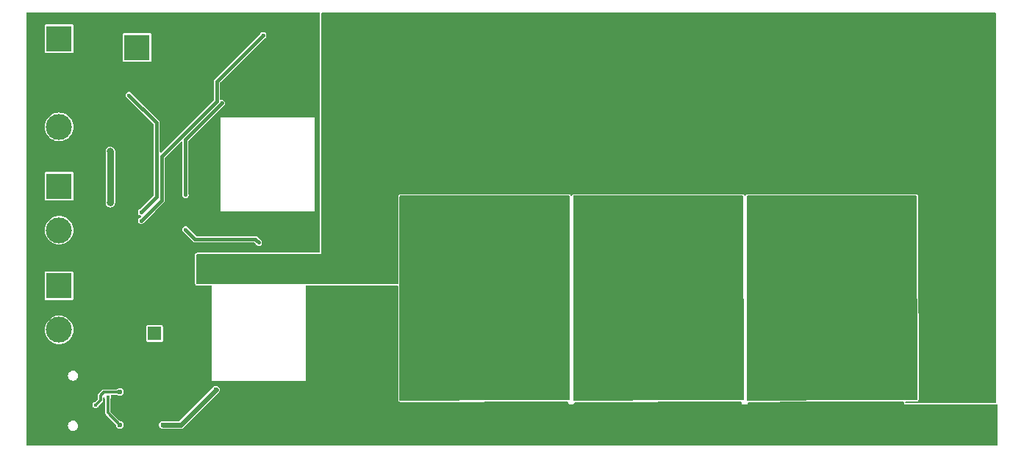
<source format=gbr>
%TF.GenerationSoftware,KiCad,Pcbnew,(6.0.7)*%
%TF.CreationDate,2022-08-08T03:52:41+08:00*%
%TF.ProjectId,Solar Charger,536f6c61-7220-4436-9861-726765722e6b,rev?*%
%TF.SameCoordinates,Original*%
%TF.FileFunction,Copper,L2,Bot*%
%TF.FilePolarity,Positive*%
%FSLAX46Y46*%
G04 Gerber Fmt 4.6, Leading zero omitted, Abs format (unit mm)*
G04 Created by KiCad (PCBNEW (6.0.7)) date 2022-08-08 03:52:41*
%MOMM*%
%LPD*%
G01*
G04 APERTURE LIST*
%TA.AperFunction,ComponentPad*%
%ADD10C,0.500000*%
%TD*%
%TA.AperFunction,SMDPad,CuDef*%
%ADD11R,1.800000X2.500000*%
%TD*%
%TA.AperFunction,ComponentPad*%
%ADD12R,2.400000X2.400000*%
%TD*%
%TA.AperFunction,ComponentPad*%
%ADD13C,2.400000*%
%TD*%
%TA.AperFunction,ComponentPad*%
%ADD14R,3.000000X3.000000*%
%TD*%
%TA.AperFunction,ComponentPad*%
%ADD15C,3.000000*%
%TD*%
%TA.AperFunction,ComponentPad*%
%ADD16R,1.600000X1.600000*%
%TD*%
%TA.AperFunction,ComponentPad*%
%ADD17C,1.600000*%
%TD*%
%TA.AperFunction,ComponentPad*%
%ADD18O,2.100000X1.000000*%
%TD*%
%TA.AperFunction,ComponentPad*%
%ADD19O,1.600000X1.000000*%
%TD*%
%TA.AperFunction,ViaPad*%
%ADD20C,0.800000*%
%TD*%
%TA.AperFunction,ViaPad*%
%ADD21C,0.400000*%
%TD*%
%TA.AperFunction,ViaPad*%
%ADD22C,1.000000*%
%TD*%
%TA.AperFunction,ViaPad*%
%ADD23C,0.600000*%
%TD*%
%TA.AperFunction,ViaPad*%
%ADD24C,1.600000*%
%TD*%
%TA.AperFunction,Conductor*%
%ADD25C,0.800000*%
%TD*%
%TA.AperFunction,Conductor*%
%ADD26C,0.400000*%
%TD*%
%TA.AperFunction,Conductor*%
%ADD27C,0.600000*%
%TD*%
%TA.AperFunction,Conductor*%
%ADD28C,0.300000*%
%TD*%
G04 APERTURE END LIST*
D10*
%TO.P,U6,9,GND*%
%TO.N,GND*%
X88175000Y-103135000D03*
X86875000Y-101135000D03*
D11*
X87525000Y-102135000D03*
D10*
X88175000Y-101135000D03*
X86875000Y-103135000D03*
X88175000Y-102135000D03*
X86875000Y-102135000D03*
%TD*%
D12*
%TO.P,C10,1*%
%TO.N,Net-(C10-Pad1)*%
X160750000Y-99500000D03*
D13*
%TO.P,C10,2*%
%TO.N,Net-(C10-Pad2)*%
X153250000Y-99500000D03*
%TD*%
D14*
%TO.P,J2,1,Pin_1*%
%TO.N,/CN3795 MPPT/BAT*%
X78000000Y-76500000D03*
D15*
%TO.P,J2,2,Pin_2*%
%TO.N,/IP6510 USB/Power Input*%
X78000000Y-81580000D03*
%TD*%
D12*
%TO.P,C11,1*%
%TO.N,Net-(C10-Pad2)*%
X140750000Y-99500000D03*
D13*
%TO.P,C11,2*%
%TO.N,Net-(C11-Pad2)*%
X133250000Y-99500000D03*
%TD*%
D14*
%TO.P,S1,1*%
%TO.N,Net-(J1-Pad1)*%
X86960000Y-60500000D03*
D15*
%TO.P,S1,2*%
%TO.N,GND*%
X92040000Y-60500000D03*
%TD*%
D12*
%TO.P,C9,1*%
%TO.N,/IP6510 USB/Power Input*%
X180750000Y-99500000D03*
D13*
%TO.P,C9,2*%
%TO.N,Net-(C10-Pad1)*%
X173250000Y-99500000D03*
%TD*%
D16*
%TO.P,C21,1*%
%TO.N,/IP6510 USB/Power Output*%
X89000000Y-93500000D03*
D17*
%TO.P,C21,2*%
%TO.N,GND*%
X91500000Y-93500000D03*
%TD*%
D18*
%TO.P,P1,S1,SHIELD*%
%TO.N,GND*%
X80130000Y-96930000D03*
D19*
X75950000Y-96930000D03*
D18*
X80130000Y-105570000D03*
D19*
X75950000Y-105570000D03*
%TD*%
D14*
%TO.P,J3,1,Pin_1*%
%TO.N,/IP6510 USB/Power Output*%
X78000000Y-88000000D03*
D15*
%TO.P,J3,2,Pin_2*%
%TO.N,Net-(J3-Pad2)*%
X78000000Y-93080000D03*
%TD*%
D14*
%TO.P,J1,1,Pin_1*%
%TO.N,Net-(J1-Pad1)*%
X78000000Y-59500000D03*
D15*
%TO.P,J1,2,Pin_2*%
%TO.N,GND*%
X78000000Y-64580000D03*
%TO.P,J1,3,Pin_3*%
%TO.N,VCC*%
X78000000Y-69660000D03*
%TD*%
D12*
%TO.P,C12,1*%
%TO.N,Net-(C11-Pad2)*%
X120750000Y-99500000D03*
D13*
%TO.P,C12,2*%
%TO.N,GND*%
X113250000Y-99500000D03*
%TD*%
D20*
%TO.N,VCC*%
X83900000Y-78400000D03*
X83900000Y-72500000D03*
D21*
%TO.N,Net-(AP1-Pad4)*%
X96750000Y-66900000D03*
X92550000Y-77500000D03*
D22*
%TO.N,GND*%
X90400000Y-71000000D03*
D20*
X105500000Y-59000000D03*
X106000000Y-82000000D03*
X85850000Y-80350000D03*
D23*
X85200000Y-97450000D03*
X85000000Y-94000000D03*
X95100000Y-105600000D03*
X92550000Y-105550000D03*
D20*
X96450000Y-58000000D03*
D21*
X87450000Y-78500000D03*
D23*
X97900000Y-101650000D03*
X81450000Y-104500000D03*
D20*
X94500000Y-76050000D03*
X85550000Y-69000000D03*
X101000000Y-81150000D03*
X98950000Y-59050000D03*
X103500000Y-82000000D03*
D23*
X81450000Y-98000000D03*
D24*
%TO.N,/IP6510 USB/Power Input*%
X152000000Y-58550000D03*
X112000000Y-58550000D03*
D22*
X94550000Y-87250000D03*
X109100000Y-86050000D03*
X94550000Y-86100000D03*
D24*
X172000000Y-58550000D03*
X132000000Y-58550000D03*
D22*
X109100000Y-84900000D03*
X94550000Y-84950000D03*
X109100000Y-87200000D03*
D23*
%TO.N,/IP6510 USB/Power Output*%
X89950000Y-104050000D03*
X96050000Y-100000000D03*
D21*
%TO.N,Net-(D1-Pad1)*%
X86050000Y-66000000D03*
X87450000Y-79500000D03*
D23*
%TO.N,/IP6510 USB/CC1*%
X85000000Y-104050000D03*
D21*
X83600000Y-100800000D03*
D23*
%TO.N,/IP6510 USB/DM*%
X85000000Y-100250000D03*
D21*
X82200000Y-101750000D03*
%TO.N,/CN3795 MPPT/FB*%
X92550000Y-81500000D03*
X101000000Y-83000000D03*
%TO.N,/CN3795 MPPT/MPPT*%
X87450000Y-80500000D03*
X101500000Y-59087500D03*
%TD*%
D25*
%TO.N,VCC*%
X83900000Y-78400000D02*
X83900000Y-72500000D01*
D26*
%TO.N,Net-(AP1-Pad4)*%
X92550000Y-77500000D02*
X92550000Y-71100000D01*
X92550000Y-71100000D02*
X96750000Y-66900000D01*
D27*
%TO.N,/IP6510 USB/Power Output*%
X89950000Y-104050000D02*
X92000000Y-104050000D01*
X92000000Y-104050000D02*
X96050000Y-100000000D01*
D26*
%TO.N,Net-(D1-Pad1)*%
X87450000Y-79500000D02*
X89250000Y-77700000D01*
X89250000Y-77700000D02*
X89250000Y-69200000D01*
X89250000Y-69200000D02*
X86050000Y-66000000D01*
D28*
%TO.N,/IP6510 USB/CC1*%
X83600000Y-100800000D02*
X83600000Y-102650000D01*
X83600000Y-102650000D02*
X85000000Y-104050000D01*
%TO.N,/IP6510 USB/DM*%
X82750000Y-101200000D02*
X82750000Y-100650000D01*
X82750000Y-100650000D02*
X83150000Y-100250000D01*
X83150000Y-100250000D02*
X85000000Y-100250000D01*
X82200000Y-101750000D02*
X82750000Y-101200000D01*
D26*
%TO.N,/CN3795 MPPT/FB*%
X92550000Y-81500000D02*
X93650000Y-82600000D01*
X100600000Y-82600000D02*
X101000000Y-83000000D01*
X93650000Y-82600000D02*
X100600000Y-82600000D01*
%TO.N,/CN3795 MPPT/MPPT*%
X87450000Y-80500000D02*
X89800000Y-78150000D01*
X89800000Y-78150000D02*
X89800000Y-73072183D01*
X96180000Y-66692183D02*
X96180000Y-64407500D01*
X96180000Y-64407500D02*
X101500000Y-59087500D01*
X89800000Y-73072183D02*
X96180000Y-66692183D01*
%TD*%
%TA.AperFunction,Conductor*%
%TO.N,Net-(C10-Pad1)*%
G36*
X176759400Y-77604531D02*
G01*
X176795364Y-77654031D01*
X176800209Y-77684414D01*
X176849790Y-101086666D01*
X176831006Y-101144897D01*
X176781582Y-101180966D01*
X176751043Y-101185876D01*
X170801082Y-101201016D01*
X157299252Y-101235371D01*
X157241013Y-101216611D01*
X157204924Y-101167203D01*
X157200000Y-101136371D01*
X157200000Y-77684624D01*
X157218907Y-77626433D01*
X157268407Y-77590469D01*
X157299000Y-77585624D01*
X176701209Y-77585624D01*
X176759400Y-77604531D01*
G37*
%TD.AperFunction*%
%TD*%
%TA.AperFunction,Conductor*%
%TO.N,Net-(C10-Pad2)*%
G36*
X156759400Y-77604531D02*
G01*
X156795364Y-77654031D01*
X156800209Y-77684414D01*
X156849790Y-101086666D01*
X156831006Y-101144897D01*
X156781582Y-101180966D01*
X156751043Y-101185876D01*
X150801082Y-101201016D01*
X137299252Y-101235371D01*
X137241013Y-101216611D01*
X137204924Y-101167203D01*
X137200000Y-101136371D01*
X137200000Y-77684624D01*
X137218907Y-77626433D01*
X137268407Y-77590469D01*
X137299000Y-77585624D01*
X156701209Y-77585624D01*
X156759400Y-77604531D01*
G37*
%TD.AperFunction*%
%TD*%
%TA.AperFunction,Conductor*%
%TO.N,Net-(C11-Pad2)*%
G36*
X136759400Y-77604531D02*
G01*
X136795364Y-77654031D01*
X136800209Y-77684414D01*
X136849790Y-101086666D01*
X136831006Y-101144897D01*
X136781582Y-101180966D01*
X136751043Y-101185876D01*
X130801082Y-101201016D01*
X117299252Y-101235371D01*
X117241013Y-101216611D01*
X117204924Y-101167203D01*
X117200000Y-101136371D01*
X117200000Y-77684624D01*
X117218907Y-77626433D01*
X117268407Y-77590469D01*
X117299000Y-77585624D01*
X136701209Y-77585624D01*
X136759400Y-77604531D01*
G37*
%TD.AperFunction*%
%TD*%
%TA.AperFunction,Conductor*%
%TO.N,/IP6510 USB/Power Input*%
G36*
X185859301Y-56518907D02*
G01*
X185895265Y-56568407D01*
X185900110Y-56598888D01*
X185949772Y-101344457D01*
X185949890Y-101450818D01*
X185931047Y-101509030D01*
X185881587Y-101545049D01*
X185850818Y-101549928D01*
X181239644Y-101546587D01*
X175540440Y-101542457D01*
X175482263Y-101523507D01*
X175446335Y-101473981D01*
X175446380Y-101412796D01*
X175482379Y-101363322D01*
X175540260Y-101344457D01*
X176749500Y-101341380D01*
X176749502Y-101341380D01*
X176751439Y-101341375D01*
X176775727Y-101339404D01*
X176777621Y-101339099D01*
X176777625Y-101339099D01*
X176786613Y-101337654D01*
X176806266Y-101334494D01*
X176873249Y-101306574D01*
X176922673Y-101270505D01*
X176935301Y-101260235D01*
X176950423Y-101236841D01*
X176975476Y-101198083D01*
X176975477Y-101198080D01*
X176978997Y-101192635D01*
X176997781Y-101134404D01*
X177005290Y-101086337D01*
X177004802Y-100855659D01*
X176963717Y-81463670D01*
X176955709Y-77684085D01*
X176953769Y-77659927D01*
X176948924Y-77629544D01*
X176946695Y-77624171D01*
X176946694Y-77624167D01*
X176923398Y-77568009D01*
X176923396Y-77568005D01*
X176921166Y-77562630D01*
X176888311Y-77517409D01*
X176885950Y-77514159D01*
X176885943Y-77514150D01*
X176885202Y-77513130D01*
X176874958Y-77500480D01*
X176807451Y-77456641D01*
X176749260Y-77437734D01*
X176745416Y-77437125D01*
X176745411Y-77437124D01*
X176705057Y-77430733D01*
X176705052Y-77430733D01*
X176701209Y-77430124D01*
X157299000Y-77430124D01*
X157283067Y-77431378D01*
X157276608Y-77431886D01*
X157276607Y-77431886D01*
X157274677Y-77432038D01*
X157244084Y-77436883D01*
X157177006Y-77464667D01*
X157172281Y-77468100D01*
X157128535Y-77499883D01*
X157128526Y-77499890D01*
X157127506Y-77500631D01*
X157114856Y-77510875D01*
X157110615Y-77517406D01*
X157110612Y-77517409D01*
X157084147Y-77558163D01*
X157036598Y-77596669D01*
X156975496Y-77599872D01*
X156921025Y-77562436D01*
X156885950Y-77514159D01*
X156885943Y-77514150D01*
X156885202Y-77513130D01*
X156874958Y-77500480D01*
X156807451Y-77456641D01*
X156749260Y-77437734D01*
X156745416Y-77437125D01*
X156745411Y-77437124D01*
X156705057Y-77430733D01*
X156705052Y-77430733D01*
X156701209Y-77430124D01*
X137299000Y-77430124D01*
X137283067Y-77431378D01*
X137276608Y-77431886D01*
X137276607Y-77431886D01*
X137274677Y-77432038D01*
X137244084Y-77436883D01*
X137177006Y-77464667D01*
X137172281Y-77468100D01*
X137128535Y-77499883D01*
X137128526Y-77499890D01*
X137127506Y-77500631D01*
X137114856Y-77510875D01*
X137110615Y-77517406D01*
X137110612Y-77517409D01*
X137084147Y-77558163D01*
X137036598Y-77596669D01*
X136975496Y-77599872D01*
X136921025Y-77562436D01*
X136885950Y-77514159D01*
X136885943Y-77514150D01*
X136885202Y-77513130D01*
X136874958Y-77500480D01*
X136807451Y-77456641D01*
X136749260Y-77437734D01*
X136745416Y-77437125D01*
X136745411Y-77437124D01*
X136705057Y-77430733D01*
X136705052Y-77430733D01*
X136701209Y-77430124D01*
X117299000Y-77430124D01*
X117283067Y-77431378D01*
X117276608Y-77431886D01*
X117276607Y-77431886D01*
X117274677Y-77432038D01*
X117244084Y-77436883D01*
X117177006Y-77464667D01*
X117172281Y-77468100D01*
X117128535Y-77499883D01*
X117128526Y-77499890D01*
X117127506Y-77500631D01*
X117114856Y-77510875D01*
X117071017Y-77578382D01*
X117052110Y-77636573D01*
X117051501Y-77640417D01*
X117051500Y-77640422D01*
X117048713Y-77658024D01*
X117044500Y-77684624D01*
X117044500Y-87701000D01*
X117025593Y-87759191D01*
X116976093Y-87795155D01*
X116945500Y-87800000D01*
X93899000Y-87800000D01*
X93840809Y-87781093D01*
X93804845Y-87731593D01*
X93800000Y-87701000D01*
X93800000Y-84449000D01*
X93818907Y-84390809D01*
X93868407Y-84354845D01*
X93899000Y-84350000D01*
X108200000Y-84350000D01*
X108200000Y-56599000D01*
X108218907Y-56540809D01*
X108268407Y-56504845D01*
X108299000Y-56500000D01*
X185801110Y-56500000D01*
X185859301Y-56518907D01*
G37*
%TD.AperFunction*%
%TD*%
%TA.AperFunction,Conductor*%
%TO.N,GND*%
G36*
X108012874Y-56453721D02*
G01*
X108048860Y-56503205D01*
X108050733Y-56550731D01*
X108052110Y-56550949D01*
X108044500Y-56599000D01*
X108044500Y-84095500D01*
X108025593Y-84153691D01*
X107976093Y-84189655D01*
X107945500Y-84194500D01*
X93899000Y-84194500D01*
X93883067Y-84195754D01*
X93876608Y-84196262D01*
X93876607Y-84196262D01*
X93874677Y-84196414D01*
X93844084Y-84201259D01*
X93777006Y-84229043D01*
X93772281Y-84232476D01*
X93728535Y-84264259D01*
X93728526Y-84264266D01*
X93727506Y-84265007D01*
X93714856Y-84275251D01*
X93671017Y-84342758D01*
X93652110Y-84400949D01*
X93644500Y-84449000D01*
X93644500Y-87701000D01*
X93646414Y-87725323D01*
X93651259Y-87755916D01*
X93679043Y-87822994D01*
X93715007Y-87872494D01*
X93725251Y-87885144D01*
X93792758Y-87928983D01*
X93850949Y-87947890D01*
X93854793Y-87948499D01*
X93854798Y-87948500D01*
X93895152Y-87954891D01*
X93895157Y-87954891D01*
X93899000Y-87955500D01*
X95516676Y-87955500D01*
X95574867Y-87974407D01*
X95610831Y-88023907D01*
X95610831Y-88085093D01*
X95603235Y-88100000D01*
X95600000Y-88100000D01*
X95600000Y-98950000D01*
X106400000Y-98950000D01*
X106400000Y-88100000D01*
X106394905Y-88100000D01*
X106390061Y-88085093D01*
X106390061Y-88023908D01*
X106426025Y-87974407D01*
X106484216Y-87955500D01*
X116945500Y-87955500D01*
X117003691Y-87974407D01*
X117039655Y-88023907D01*
X117044500Y-88054500D01*
X117044500Y-101136371D01*
X117046446Y-101160894D01*
X117046754Y-101162825D01*
X117046755Y-101162830D01*
X117049397Y-101179370D01*
X117051370Y-101191726D01*
X117053620Y-101197130D01*
X117053621Y-101197132D01*
X117061035Y-101214934D01*
X117079354Y-101258923D01*
X117115443Y-101308331D01*
X117125718Y-101320953D01*
X117193336Y-101364622D01*
X117199512Y-101366611D01*
X117199511Y-101366611D01*
X117247874Y-101382190D01*
X117247876Y-101382190D01*
X117251575Y-101383382D01*
X117299648Y-101390870D01*
X136520476Y-101341963D01*
X136578715Y-101360723D01*
X136614804Y-101410131D01*
X136619728Y-101441042D01*
X136619724Y-101445844D01*
X136620564Y-101462100D01*
X136623352Y-101469378D01*
X136623352Y-101469379D01*
X136626105Y-101476566D01*
X136649356Y-101537268D01*
X136685284Y-101586794D01*
X136686098Y-101587800D01*
X136686099Y-101587802D01*
X136690621Y-101593395D01*
X136690623Y-101593397D01*
X136695517Y-101599449D01*
X136762991Y-101643338D01*
X136821168Y-101662288D01*
X136869216Y-101669934D01*
X136873101Y-101669937D01*
X136873103Y-101669937D01*
X137085359Y-101670091D01*
X137085360Y-101670091D01*
X137089595Y-101670094D01*
X137093764Y-101669377D01*
X137093767Y-101669377D01*
X137137576Y-101661845D01*
X137137577Y-101661845D01*
X137141746Y-101661128D01*
X137204315Y-101638908D01*
X137208131Y-101637261D01*
X137215749Y-101633973D01*
X137215751Y-101633972D01*
X137223222Y-101630747D01*
X137282904Y-101576736D01*
X137316098Y-101525338D01*
X137318405Y-101521319D01*
X137320320Y-101517983D01*
X137320321Y-101517980D01*
X137324200Y-101511222D01*
X137333022Y-101469199D01*
X137363482Y-101416134D01*
X137419315Y-101391108D01*
X137429658Y-101390539D01*
X156481293Y-101342063D01*
X156539532Y-101360823D01*
X156575621Y-101410231D01*
X156580545Y-101441135D01*
X156580531Y-101460310D01*
X156581371Y-101476566D01*
X156610163Y-101551734D01*
X156646091Y-101601260D01*
X156646892Y-101602251D01*
X156646900Y-101602261D01*
X156651425Y-101607857D01*
X156651427Y-101607859D01*
X156656325Y-101613916D01*
X156662856Y-101618164D01*
X156662857Y-101618165D01*
X156718358Y-101654266D01*
X156718362Y-101654268D01*
X156723800Y-101657805D01*
X156781976Y-101676754D01*
X156830023Y-101684399D01*
X156833908Y-101684402D01*
X156833910Y-101684402D01*
X157107829Y-101684600D01*
X157107830Y-101684600D01*
X157112062Y-101684603D01*
X157164212Y-101675637D01*
X157226781Y-101653417D01*
X157230597Y-101651770D01*
X157238215Y-101648482D01*
X157238217Y-101648481D01*
X157245688Y-101645256D01*
X157291614Y-101603694D01*
X157300558Y-101595600D01*
X157300559Y-101595599D01*
X157305370Y-101591245D01*
X157338564Y-101539847D01*
X157339215Y-101538713D01*
X157342788Y-101532489D01*
X157342789Y-101532486D01*
X157346666Y-101525732D01*
X157352340Y-101498706D01*
X157358547Y-101469135D01*
X157389006Y-101416070D01*
X157444838Y-101391043D01*
X157455181Y-101390474D01*
X164537530Y-101372453D01*
X175191605Y-101345344D01*
X175249844Y-101364104D01*
X175285933Y-101413512D01*
X175290857Y-101444416D01*
X175290835Y-101473867D01*
X175291675Y-101490123D01*
X175294463Y-101497401D01*
X175294463Y-101497402D01*
X175296835Y-101503595D01*
X175320467Y-101565291D01*
X175356395Y-101614817D01*
X175357209Y-101615823D01*
X175357210Y-101615825D01*
X175361732Y-101621418D01*
X175361734Y-101621420D01*
X175366628Y-101627472D01*
X175434102Y-101671361D01*
X175492279Y-101690311D01*
X175540327Y-101697957D01*
X175544212Y-101697960D01*
X175544214Y-101697960D01*
X185848742Y-101705427D01*
X185848753Y-101705427D01*
X185850705Y-101705428D01*
X185852650Y-101705275D01*
X185852661Y-101705275D01*
X185873214Y-101703663D01*
X185873227Y-101703662D01*
X185875171Y-101703509D01*
X185877109Y-101703202D01*
X185877115Y-101703201D01*
X185900160Y-101699547D01*
X185900164Y-101699546D01*
X185905940Y-101698630D01*
X185963055Y-101674929D01*
X186024049Y-101670089D01*
X186076239Y-101702025D01*
X186099690Y-101758538D01*
X186100000Y-101766369D01*
X186100000Y-106300500D01*
X186081093Y-106358691D01*
X186031593Y-106394655D01*
X186001000Y-106399500D01*
X74299500Y-106399500D01*
X74241309Y-106380593D01*
X74205345Y-106331093D01*
X74200500Y-106300500D01*
X74200500Y-104140000D01*
X79019534Y-104140000D01*
X79039313Y-104290236D01*
X79041797Y-104296233D01*
X79094819Y-104424240D01*
X79094821Y-104424244D01*
X79097302Y-104430233D01*
X79101248Y-104435375D01*
X79101250Y-104435379D01*
X79154285Y-104504494D01*
X79189549Y-104550451D01*
X79194698Y-104554402D01*
X79304621Y-104638750D01*
X79304625Y-104638752D01*
X79309767Y-104642698D01*
X79315756Y-104645179D01*
X79315760Y-104645181D01*
X79443767Y-104698203D01*
X79449764Y-104700687D01*
X79562280Y-104715500D01*
X79637720Y-104715500D01*
X79750236Y-104700687D01*
X79756233Y-104698203D01*
X79884240Y-104645181D01*
X79884244Y-104645179D01*
X79890233Y-104642698D01*
X79895375Y-104638752D01*
X79895379Y-104638750D01*
X80005302Y-104554402D01*
X80010451Y-104550451D01*
X80045715Y-104504494D01*
X80098750Y-104435379D01*
X80098752Y-104435375D01*
X80102698Y-104430233D01*
X80105179Y-104424244D01*
X80105181Y-104424240D01*
X80158203Y-104296233D01*
X80160687Y-104290236D01*
X80180466Y-104140000D01*
X80160687Y-103989764D01*
X80148738Y-103960916D01*
X80105181Y-103855760D01*
X80105179Y-103855756D01*
X80102698Y-103849767D01*
X80098752Y-103844625D01*
X80098750Y-103844621D01*
X80014402Y-103734698D01*
X80010451Y-103729549D01*
X79971463Y-103699632D01*
X79895379Y-103641250D01*
X79895375Y-103641248D01*
X79890233Y-103637302D01*
X79884244Y-103634821D01*
X79884240Y-103634819D01*
X79756233Y-103581797D01*
X79750236Y-103579313D01*
X79637720Y-103564500D01*
X79562280Y-103564500D01*
X79449764Y-103579313D01*
X79443767Y-103581797D01*
X79315760Y-103634819D01*
X79315756Y-103634821D01*
X79309767Y-103637302D01*
X79304625Y-103641248D01*
X79304621Y-103641250D01*
X79228537Y-103699632D01*
X79189549Y-103729549D01*
X79185598Y-103734698D01*
X79101250Y-103844621D01*
X79101248Y-103844625D01*
X79097302Y-103849767D01*
X79094821Y-103855756D01*
X79094819Y-103855760D01*
X79051262Y-103960916D01*
X79039313Y-103989764D01*
X79019534Y-104140000D01*
X74200500Y-104140000D01*
X74200500Y-101750000D01*
X81824882Y-101750000D01*
X81843242Y-101865918D01*
X81846777Y-101872856D01*
X81846778Y-101872859D01*
X81846779Y-101872860D01*
X81896523Y-101970489D01*
X81979511Y-102053477D01*
X81986448Y-102057012D01*
X81986450Y-102057013D01*
X82077141Y-102103222D01*
X82077144Y-102103223D01*
X82084082Y-102106758D01*
X82091776Y-102107977D01*
X82091777Y-102107977D01*
X82192304Y-102123899D01*
X82200000Y-102125118D01*
X82207696Y-102123899D01*
X82308223Y-102107977D01*
X82308224Y-102107977D01*
X82315918Y-102106758D01*
X82322856Y-102103223D01*
X82322859Y-102103222D01*
X82413550Y-102057013D01*
X82413552Y-102057012D01*
X82420489Y-102053477D01*
X82503477Y-101970489D01*
X82556758Y-101865918D01*
X82560704Y-101841006D01*
X82588481Y-101786490D01*
X82924651Y-101450320D01*
X82927780Y-101447620D01*
X82932269Y-101445425D01*
X82965893Y-101409178D01*
X82968469Y-101406502D01*
X82982247Y-101392724D01*
X82984792Y-101389013D01*
X82988220Y-101385108D01*
X83008401Y-101363354D01*
X83012666Y-101352664D01*
X83022980Y-101333348D01*
X83024321Y-101331393D01*
X83024322Y-101331390D01*
X83029492Y-101323854D01*
X83035641Y-101297941D01*
X83040014Y-101284116D01*
X83047294Y-101265868D01*
X83047294Y-101265866D01*
X83049883Y-101259378D01*
X83050500Y-101253085D01*
X83050500Y-101246916D01*
X83053175Y-101224057D01*
X83053230Y-101223827D01*
X83053230Y-101223825D01*
X83055340Y-101214934D01*
X83051404Y-101186012D01*
X83050500Y-101172663D01*
X83050500Y-100943836D01*
X83069407Y-100885645D01*
X83118907Y-100849681D01*
X83180093Y-100849681D01*
X83229593Y-100885645D01*
X83242441Y-100910863D01*
X83243242Y-100915918D01*
X83246777Y-100922856D01*
X83246778Y-100922859D01*
X83288710Y-101005155D01*
X83299500Y-101050100D01*
X83299500Y-102596492D01*
X83299197Y-102600617D01*
X83297575Y-102605342D01*
X83297918Y-102614476D01*
X83299430Y-102654761D01*
X83299500Y-102658474D01*
X83299500Y-102677948D01*
X83300325Y-102682378D01*
X83300661Y-102687571D01*
X83301774Y-102717208D01*
X83305380Y-102725602D01*
X83305381Y-102725605D01*
X83306317Y-102727783D01*
X83312683Y-102748734D01*
X83314791Y-102760053D01*
X83319588Y-102767835D01*
X83328768Y-102782728D01*
X83335451Y-102795595D01*
X83345964Y-102820063D01*
X83349978Y-102824949D01*
X83354342Y-102829313D01*
X83368613Y-102847368D01*
X83373532Y-102855348D01*
X83396769Y-102873018D01*
X83406839Y-102881810D01*
X84517409Y-103992380D01*
X84545569Y-104049548D01*
X84561633Y-104172394D01*
X84564471Y-104178845D01*
X84564472Y-104178847D01*
X84610686Y-104283876D01*
X84613605Y-104290510D01*
X84644248Y-104326964D01*
X84692100Y-104383892D01*
X84692103Y-104383894D01*
X84696639Y-104389291D01*
X84804060Y-104460796D01*
X84810788Y-104462898D01*
X84810790Y-104462899D01*
X84857891Y-104477614D01*
X84927233Y-104499278D01*
X84991744Y-104500461D01*
X85049202Y-104501514D01*
X85049204Y-104501514D01*
X85056255Y-104501643D01*
X85063058Y-104499788D01*
X85063060Y-104499788D01*
X85115653Y-104485449D01*
X85180755Y-104467700D01*
X85290724Y-104400179D01*
X85301941Y-104387787D01*
X85372590Y-104309735D01*
X85372590Y-104309734D01*
X85377322Y-104304507D01*
X85433588Y-104188375D01*
X85454997Y-104061120D01*
X85455133Y-104050000D01*
X85454337Y-104044440D01*
X89494901Y-104044440D01*
X89500834Y-104089805D01*
X89501174Y-104092408D01*
X89501763Y-104098253D01*
X89504719Y-104140000D01*
X89505383Y-104149384D01*
X89508055Y-104156290D01*
X89508432Y-104157977D01*
X89509779Y-104162033D01*
X89510718Y-104165396D01*
X89511633Y-104172394D01*
X89532692Y-104220254D01*
X89534403Y-104224397D01*
X89554261Y-104275726D01*
X89558841Y-104281535D01*
X89559651Y-104282956D01*
X89561339Y-104285360D01*
X89563605Y-104290510D01*
X89599803Y-104333572D01*
X89601715Y-104335921D01*
X89638128Y-104382110D01*
X89644034Y-104386192D01*
X89646639Y-104389291D01*
X89696923Y-104422762D01*
X89698293Y-104423692D01*
X89699086Y-104424240D01*
X89741859Y-104453802D01*
X89749569Y-104459131D01*
X89753360Y-104460330D01*
X89754060Y-104460796D01*
X89782093Y-104469554D01*
X89817647Y-104480662D01*
X89817972Y-104480764D01*
X89878730Y-104499980D01*
X89885337Y-104500500D01*
X89943012Y-104500500D01*
X89944826Y-104500517D01*
X89999198Y-104501514D01*
X89999200Y-104501514D01*
X90006255Y-104501643D01*
X90009554Y-104500743D01*
X90013480Y-104500500D01*
X91967373Y-104500500D01*
X91979009Y-104501186D01*
X92014310Y-104505364D01*
X92021586Y-104504035D01*
X92021589Y-104504035D01*
X92059148Y-104497175D01*
X92072430Y-104494749D01*
X92075476Y-104494242D01*
X92133962Y-104485449D01*
X92140475Y-104482321D01*
X92147573Y-104481025D01*
X92199982Y-104453801D01*
X92202762Y-104452412D01*
X92249408Y-104430013D01*
X92249411Y-104430011D01*
X92256079Y-104426809D01*
X92260521Y-104422703D01*
X92262781Y-104421180D01*
X92267788Y-104418579D01*
X92272828Y-104414275D01*
X92310460Y-104376643D01*
X92313263Y-104373949D01*
X92350124Y-104339876D01*
X92350126Y-104339873D01*
X92355556Y-104334854D01*
X92359078Y-104328790D01*
X92365638Y-104321465D01*
X96322758Y-100364345D01*
X96329523Y-100358179D01*
X96334714Y-100353869D01*
X96340724Y-100350179D01*
X96375329Y-100311948D01*
X96378722Y-100308381D01*
X96392487Y-100294616D01*
X96394677Y-100291651D01*
X96394685Y-100291642D01*
X96396080Y-100289753D01*
X96402309Y-100282142D01*
X96422590Y-100259735D01*
X96427322Y-100254507D01*
X96433254Y-100242264D01*
X96442708Y-100226622D01*
X96452634Y-100213183D01*
X96455085Y-100206204D01*
X96455087Y-100206200D01*
X96464707Y-100178805D01*
X96469021Y-100168441D01*
X96480512Y-100144724D01*
X96480512Y-100144723D01*
X96483588Y-100138375D01*
X96486487Y-100121144D01*
X96490707Y-100104770D01*
X96495068Y-100092352D01*
X96495070Y-100092344D01*
X96497519Y-100085369D01*
X96498799Y-100052791D01*
X96500095Y-100040256D01*
X96504363Y-100014890D01*
X96504363Y-100014887D01*
X96504997Y-100011120D01*
X96505133Y-100000000D01*
X96503068Y-99985576D01*
X96502144Y-99967667D01*
X96502838Y-99950006D01*
X96500942Y-99942857D01*
X96500942Y-99942853D01*
X96493745Y-99915709D01*
X96491438Y-99904371D01*
X96487839Y-99879240D01*
X96487839Y-99879239D01*
X96486839Y-99872259D01*
X96479207Y-99855472D01*
X96473637Y-99839874D01*
X96472222Y-99834539D01*
X96468119Y-99819063D01*
X96451372Y-99792210D01*
X96445260Y-99780811D01*
X96433428Y-99754788D01*
X96418869Y-99737891D01*
X96409867Y-99725659D01*
X96396433Y-99704118D01*
X96390842Y-99699266D01*
X96390840Y-99699264D01*
X96375442Y-99685902D01*
X96365331Y-99675756D01*
X96353799Y-99662373D01*
X96353798Y-99662372D01*
X96349193Y-99657028D01*
X96343273Y-99653191D01*
X96343271Y-99653189D01*
X96327234Y-99642794D01*
X96316199Y-99634494D01*
X96299709Y-99620185D01*
X96299707Y-99620184D01*
X96294117Y-99615333D01*
X96272217Y-99605651D01*
X96258406Y-99598184D01*
X96240906Y-99586841D01*
X96234151Y-99584821D01*
X96234143Y-99584817D01*
X96212135Y-99578235D01*
X96200476Y-99573934D01*
X96176984Y-99563549D01*
X96176981Y-99563548D01*
X96170217Y-99560558D01*
X96162873Y-99559689D01*
X96162867Y-99559687D01*
X96150272Y-99558196D01*
X96133550Y-99554733D01*
X96125539Y-99552338D01*
X96117273Y-99549866D01*
X96083378Y-99549659D01*
X96072356Y-99548975D01*
X96035690Y-99544636D01*
X96028408Y-99545966D01*
X96019738Y-99547549D01*
X96001348Y-99549158D01*
X95995284Y-99549121D01*
X95995283Y-99549121D01*
X95988231Y-99549078D01*
X95968444Y-99554733D01*
X95951924Y-99559454D01*
X95942509Y-99561654D01*
X95932135Y-99563549D01*
X95902427Y-99568975D01*
X95891475Y-99574664D01*
X95873051Y-99581996D01*
X95871172Y-99582533D01*
X95864155Y-99584539D01*
X95842529Y-99598184D01*
X95828960Y-99606745D01*
X95821770Y-99610872D01*
X95782212Y-99631421D01*
X95777172Y-99635725D01*
X95774975Y-99637922D01*
X95774471Y-99638324D01*
X95774356Y-99638431D01*
X95774348Y-99638423D01*
X95766225Y-99644913D01*
X95766354Y-99645065D01*
X95760984Y-99649635D01*
X95755019Y-99653399D01*
X95726313Y-99685902D01*
X95723194Y-99689434D01*
X95718994Y-99693903D01*
X91842393Y-103570504D01*
X91787876Y-103598281D01*
X91772389Y-103599500D01*
X89957614Y-103599500D01*
X89957009Y-103599498D01*
X89895284Y-103599121D01*
X89888231Y-103599078D01*
X89881451Y-103601016D01*
X89881448Y-103601016D01*
X89860285Y-103607064D01*
X89847803Y-103609774D01*
X89823358Y-103613450D01*
X89823355Y-103613451D01*
X89816038Y-103614551D01*
X89809370Y-103617753D01*
X89797067Y-103623661D01*
X89781417Y-103629606D01*
X89764155Y-103634539D01*
X89754427Y-103640677D01*
X89736307Y-103652110D01*
X89726333Y-103657627D01*
X89693921Y-103673191D01*
X89688490Y-103678211D01*
X89688486Y-103678214D01*
X89681296Y-103684860D01*
X89666927Y-103695885D01*
X89660988Y-103699632D01*
X89660984Y-103699635D01*
X89655019Y-103703399D01*
X89650353Y-103708683D01*
X89650350Y-103708685D01*
X89630667Y-103730973D01*
X89623662Y-103738138D01*
X89594444Y-103765146D01*
X89590726Y-103771548D01*
X89587759Y-103776656D01*
X89576351Y-103792474D01*
X89569596Y-103800122D01*
X89552309Y-103836942D01*
X89548323Y-103844550D01*
X89526404Y-103882287D01*
X89524733Y-103889497D01*
X89524274Y-103891478D01*
X89518361Y-103908555D01*
X89517752Y-103910546D01*
X89514754Y-103916932D01*
X89513669Y-103923899D01*
X89513668Y-103923903D01*
X89507905Y-103960916D01*
X89506527Y-103968037D01*
X89500885Y-103992380D01*
X89495815Y-104014255D01*
X89496338Y-104021640D01*
X89495896Y-104027251D01*
X89495763Y-104030414D01*
X89496072Y-104030418D01*
X89495986Y-104037469D01*
X89494901Y-104044440D01*
X85454337Y-104044440D01*
X85436839Y-103922259D01*
X85401539Y-103844621D01*
X85386349Y-103811212D01*
X85386348Y-103811211D01*
X85383428Y-103804788D01*
X85299193Y-103707028D01*
X85293276Y-103703193D01*
X85293274Y-103703191D01*
X85219161Y-103655155D01*
X85190906Y-103636841D01*
X85184150Y-103634821D01*
X85184149Y-103634820D01*
X85141335Y-103622016D01*
X85067273Y-103599866D01*
X85048344Y-103599750D01*
X85014922Y-103599546D01*
X84956848Y-103580283D01*
X84945523Y-103570552D01*
X83929496Y-102554525D01*
X83901719Y-102500008D01*
X83900500Y-102484521D01*
X83900500Y-101050100D01*
X83911290Y-101005155D01*
X83953222Y-100922859D01*
X83953223Y-100922856D01*
X83956758Y-100915918D01*
X83975118Y-100800000D01*
X83970922Y-100773511D01*
X83957977Y-100691777D01*
X83957977Y-100691776D01*
X83956758Y-100684082D01*
X83954180Y-100679022D01*
X83954181Y-100618906D01*
X83990146Y-100569406D01*
X84048335Y-100550500D01*
X84617920Y-100550500D01*
X84676111Y-100569407D01*
X84686738Y-100579309D01*
X84686843Y-100579191D01*
X84692100Y-100583891D01*
X84696639Y-100589291D01*
X84804060Y-100660796D01*
X84810788Y-100662898D01*
X84810790Y-100662899D01*
X84857004Y-100677337D01*
X84927233Y-100699278D01*
X84991744Y-100700461D01*
X85049202Y-100701514D01*
X85049204Y-100701514D01*
X85056255Y-100701643D01*
X85063058Y-100699788D01*
X85063060Y-100699788D01*
X85120667Y-100684082D01*
X85180755Y-100667700D01*
X85290724Y-100600179D01*
X85309615Y-100579309D01*
X85372590Y-100509735D01*
X85372590Y-100509734D01*
X85377322Y-100504507D01*
X85411718Y-100433515D01*
X85430512Y-100394724D01*
X85430512Y-100394723D01*
X85433588Y-100388375D01*
X85450180Y-100289753D01*
X85454363Y-100264891D01*
X85454363Y-100264886D01*
X85454997Y-100261120D01*
X85455133Y-100250000D01*
X85436839Y-100122259D01*
X85418464Y-100081846D01*
X85386349Y-100011212D01*
X85386348Y-100011211D01*
X85383428Y-100004788D01*
X85299193Y-99907028D01*
X85293276Y-99903193D01*
X85293274Y-99903191D01*
X85196824Y-99840677D01*
X85190906Y-99836841D01*
X85184150Y-99834821D01*
X85184149Y-99834820D01*
X85110473Y-99812786D01*
X85067273Y-99799866D01*
X84990644Y-99799398D01*
X84945282Y-99799121D01*
X84938231Y-99799078D01*
X84931454Y-99801015D01*
X84931453Y-99801015D01*
X84820935Y-99832601D01*
X84820933Y-99832602D01*
X84814155Y-99834539D01*
X84705019Y-99903399D01*
X84700351Y-99908685D01*
X84700347Y-99908688D01*
X84693858Y-99916035D01*
X84641166Y-99947135D01*
X84619655Y-99949500D01*
X83203508Y-99949500D01*
X83199383Y-99949197D01*
X83194658Y-99947575D01*
X83145238Y-99949430D01*
X83141525Y-99949500D01*
X83122052Y-99949500D01*
X83117622Y-99950325D01*
X83112429Y-99950661D01*
X83093298Y-99951379D01*
X83091926Y-99951431D01*
X83082791Y-99951774D01*
X83074394Y-99955382D01*
X83074393Y-99955382D01*
X83072212Y-99956319D01*
X83051263Y-99962683D01*
X83048936Y-99963116D01*
X83048931Y-99963118D01*
X83039947Y-99964791D01*
X83020690Y-99976661D01*
X83017272Y-99978768D01*
X83004404Y-99985452D01*
X82986358Y-99993205D01*
X82986357Y-99993206D01*
X82979937Y-99995964D01*
X82975051Y-99999978D01*
X82970687Y-100004342D01*
X82952632Y-100018613D01*
X82944652Y-100023532D01*
X82926982Y-100046769D01*
X82918190Y-100056839D01*
X82575349Y-100399680D01*
X82572220Y-100402380D01*
X82567731Y-100404575D01*
X82561513Y-100411278D01*
X82534107Y-100440822D01*
X82531531Y-100443498D01*
X82517752Y-100457277D01*
X82515207Y-100460987D01*
X82511771Y-100464900D01*
X82491599Y-100486646D01*
X82488212Y-100495134D01*
X82488212Y-100495135D01*
X82487334Y-100497336D01*
X82477020Y-100516652D01*
X82475679Y-100518607D01*
X82475678Y-100518610D01*
X82470508Y-100526146D01*
X82468398Y-100535038D01*
X82464359Y-100552058D01*
X82459986Y-100565884D01*
X82454630Y-100579309D01*
X82450117Y-100590622D01*
X82449500Y-100596915D01*
X82449500Y-100603084D01*
X82446825Y-100625943D01*
X82444660Y-100635066D01*
X82447630Y-100656888D01*
X82448596Y-100663987D01*
X82449500Y-100677337D01*
X82449500Y-101034521D01*
X82430593Y-101092712D01*
X82420504Y-101104525D01*
X82163510Y-101361519D01*
X82108994Y-101389296D01*
X82097965Y-101391043D01*
X82084082Y-101393242D01*
X82077140Y-101396779D01*
X81986450Y-101442987D01*
X81986448Y-101442988D01*
X81979511Y-101446523D01*
X81896523Y-101529511D01*
X81892988Y-101536448D01*
X81892987Y-101536450D01*
X81846778Y-101627141D01*
X81846777Y-101627144D01*
X81843242Y-101634082D01*
X81842023Y-101641776D01*
X81842023Y-101641777D01*
X81833018Y-101698630D01*
X81824882Y-101750000D01*
X74200500Y-101750000D01*
X74200500Y-98360000D01*
X79019534Y-98360000D01*
X79039313Y-98510236D01*
X79041797Y-98516233D01*
X79094819Y-98644240D01*
X79094821Y-98644244D01*
X79097302Y-98650233D01*
X79101248Y-98655375D01*
X79101250Y-98655379D01*
X79185598Y-98765302D01*
X79189549Y-98770451D01*
X79194698Y-98774402D01*
X79304621Y-98858750D01*
X79304625Y-98858752D01*
X79309767Y-98862698D01*
X79315756Y-98865179D01*
X79315760Y-98865181D01*
X79443767Y-98918203D01*
X79449764Y-98920687D01*
X79562280Y-98935500D01*
X79637720Y-98935500D01*
X79750236Y-98920687D01*
X79756233Y-98918203D01*
X79884240Y-98865181D01*
X79884244Y-98865179D01*
X79890233Y-98862698D01*
X79895375Y-98858752D01*
X79895379Y-98858750D01*
X80005302Y-98774402D01*
X80010451Y-98770451D01*
X80014402Y-98765302D01*
X80098750Y-98655379D01*
X80098752Y-98655375D01*
X80102698Y-98650233D01*
X80105179Y-98644244D01*
X80105181Y-98644240D01*
X80158203Y-98516233D01*
X80160687Y-98510236D01*
X80180466Y-98360000D01*
X80160687Y-98209764D01*
X80158203Y-98203767D01*
X80105181Y-98075760D01*
X80105179Y-98075756D01*
X80102698Y-98069767D01*
X80098752Y-98064625D01*
X80098750Y-98064621D01*
X80014402Y-97954698D01*
X80010451Y-97949549D01*
X80005302Y-97945598D01*
X79895379Y-97861250D01*
X79895375Y-97861248D01*
X79890233Y-97857302D01*
X79884244Y-97854821D01*
X79884240Y-97854819D01*
X79756233Y-97801797D01*
X79750236Y-97799313D01*
X79637720Y-97784500D01*
X79562280Y-97784500D01*
X79449764Y-97799313D01*
X79443767Y-97801797D01*
X79315760Y-97854819D01*
X79315756Y-97854821D01*
X79309767Y-97857302D01*
X79304625Y-97861248D01*
X79304621Y-97861250D01*
X79194698Y-97945598D01*
X79189549Y-97949549D01*
X79185598Y-97954698D01*
X79101250Y-98064621D01*
X79101248Y-98064625D01*
X79097302Y-98069767D01*
X79094821Y-98075756D01*
X79094819Y-98075760D01*
X79041797Y-98203767D01*
X79039313Y-98209764D01*
X79019534Y-98360000D01*
X74200500Y-98360000D01*
X74200500Y-93080000D01*
X76344396Y-93080000D01*
X76364779Y-93338994D01*
X76425427Y-93591610D01*
X76524846Y-93831628D01*
X76660588Y-94053140D01*
X76829311Y-94250689D01*
X77026860Y-94419412D01*
X77248372Y-94555154D01*
X77488390Y-94654573D01*
X77492164Y-94655479D01*
X77492167Y-94655480D01*
X77626933Y-94687834D01*
X77741006Y-94715221D01*
X77744871Y-94715525D01*
X77744876Y-94715526D01*
X77996125Y-94735299D01*
X78000000Y-94735604D01*
X78003875Y-94735299D01*
X78255124Y-94715526D01*
X78255129Y-94715525D01*
X78258994Y-94715221D01*
X78373067Y-94687834D01*
X78507833Y-94655480D01*
X78507836Y-94655479D01*
X78511610Y-94654573D01*
X78751628Y-94555154D01*
X78973140Y-94419412D01*
X79095601Y-94314820D01*
X88049500Y-94314820D01*
X88058233Y-94358722D01*
X88091496Y-94408504D01*
X88099606Y-94413923D01*
X88104038Y-94416884D01*
X88141278Y-94441767D01*
X88150838Y-94443669D01*
X88150839Y-94443669D01*
X88180417Y-94449553D01*
X88180422Y-94449553D01*
X88185180Y-94450500D01*
X89814820Y-94450500D01*
X89819578Y-94449553D01*
X89819583Y-94449553D01*
X89849161Y-94443669D01*
X89849162Y-94443669D01*
X89858722Y-94441767D01*
X89895963Y-94416884D01*
X89900394Y-94413923D01*
X89908504Y-94408504D01*
X89941767Y-94358722D01*
X89950500Y-94314820D01*
X89950500Y-92685180D01*
X89941767Y-92641278D01*
X89908504Y-92591496D01*
X89873923Y-92568390D01*
X89866828Y-92563649D01*
X89866827Y-92563649D01*
X89858722Y-92558233D01*
X89849162Y-92556331D01*
X89849161Y-92556331D01*
X89819583Y-92550447D01*
X89819578Y-92550447D01*
X89814820Y-92549500D01*
X88185180Y-92549500D01*
X88180422Y-92550447D01*
X88180417Y-92550447D01*
X88150839Y-92556331D01*
X88150838Y-92556331D01*
X88141278Y-92558233D01*
X88133173Y-92563649D01*
X88133172Y-92563649D01*
X88126077Y-92568390D01*
X88091496Y-92591496D01*
X88058233Y-92641278D01*
X88049500Y-92685180D01*
X88049500Y-94314820D01*
X79095601Y-94314820D01*
X79170689Y-94250689D01*
X79339412Y-94053140D01*
X79475154Y-93831628D01*
X79574573Y-93591610D01*
X79635221Y-93338994D01*
X79655604Y-93080000D01*
X79635221Y-92821006D01*
X79590126Y-92633172D01*
X79575480Y-92572167D01*
X79575479Y-92572164D01*
X79574573Y-92568390D01*
X79475154Y-92328372D01*
X79339412Y-92106860D01*
X79170689Y-91909311D01*
X78973140Y-91740588D01*
X78751628Y-91604846D01*
X78511610Y-91505427D01*
X78507836Y-91504521D01*
X78507833Y-91504520D01*
X78373067Y-91472166D01*
X78258994Y-91444779D01*
X78255129Y-91444475D01*
X78255124Y-91444474D01*
X78003875Y-91424701D01*
X78000000Y-91424396D01*
X77996125Y-91424701D01*
X77744876Y-91444474D01*
X77744871Y-91444475D01*
X77741006Y-91444779D01*
X77626933Y-91472166D01*
X77492167Y-91504520D01*
X77492164Y-91504521D01*
X77488390Y-91505427D01*
X77248372Y-91604846D01*
X77026860Y-91740588D01*
X76829311Y-91909311D01*
X76660588Y-92106860D01*
X76524846Y-92328372D01*
X76425427Y-92568390D01*
X76424521Y-92572164D01*
X76424520Y-92572167D01*
X76409874Y-92633172D01*
X76364779Y-92821006D01*
X76344396Y-93080000D01*
X74200500Y-93080000D01*
X74200500Y-89514820D01*
X76349500Y-89514820D01*
X76358233Y-89558722D01*
X76391496Y-89608504D01*
X76441278Y-89641767D01*
X76450838Y-89643669D01*
X76450839Y-89643669D01*
X76480417Y-89649553D01*
X76480422Y-89649553D01*
X76485180Y-89650500D01*
X79514820Y-89650500D01*
X79519578Y-89649553D01*
X79519583Y-89649553D01*
X79549161Y-89643669D01*
X79549162Y-89643669D01*
X79558722Y-89641767D01*
X79608504Y-89608504D01*
X79641767Y-89558722D01*
X79650500Y-89514820D01*
X79650500Y-86485180D01*
X79641767Y-86441278D01*
X79608504Y-86391496D01*
X79558722Y-86358233D01*
X79549162Y-86356331D01*
X79549161Y-86356331D01*
X79519583Y-86350447D01*
X79519578Y-86350447D01*
X79514820Y-86349500D01*
X76485180Y-86349500D01*
X76480422Y-86350447D01*
X76480417Y-86350447D01*
X76450839Y-86356331D01*
X76450838Y-86356331D01*
X76441278Y-86358233D01*
X76391496Y-86391496D01*
X76358233Y-86441278D01*
X76349500Y-86485180D01*
X76349500Y-89514820D01*
X74200500Y-89514820D01*
X74200500Y-81580000D01*
X76344396Y-81580000D01*
X76344701Y-81583875D01*
X76363736Y-81825740D01*
X76364779Y-81838994D01*
X76425427Y-82091610D01*
X76524846Y-82331628D01*
X76660588Y-82553140D01*
X76829311Y-82750689D01*
X76863057Y-82779511D01*
X77017715Y-82911601D01*
X77026860Y-82919412D01*
X77248372Y-83055154D01*
X77488390Y-83154573D01*
X77492164Y-83155479D01*
X77492167Y-83155480D01*
X77580951Y-83176795D01*
X77741006Y-83215221D01*
X77744871Y-83215525D01*
X77744876Y-83215526D01*
X77996125Y-83235299D01*
X78000000Y-83235604D01*
X78003875Y-83235299D01*
X78255124Y-83215526D01*
X78255129Y-83215525D01*
X78258994Y-83215221D01*
X78419049Y-83176795D01*
X78507833Y-83155480D01*
X78507836Y-83155479D01*
X78511610Y-83154573D01*
X78751628Y-83055154D01*
X78973140Y-82919412D01*
X78982286Y-82911601D01*
X79136943Y-82779511D01*
X79170689Y-82750689D01*
X79339412Y-82553140D01*
X79475154Y-82331628D01*
X79574573Y-82091610D01*
X79635221Y-81838994D01*
X79636265Y-81825740D01*
X79655299Y-81583875D01*
X79655604Y-81580000D01*
X79649308Y-81500000D01*
X92174882Y-81500000D01*
X92193242Y-81615918D01*
X92196777Y-81622856D01*
X92196778Y-81622859D01*
X92242987Y-81713550D01*
X92246523Y-81720489D01*
X92329511Y-81803477D01*
X92336448Y-81807012D01*
X92336450Y-81807013D01*
X92373205Y-81825740D01*
X92398264Y-81843946D01*
X93368253Y-82813934D01*
X93381418Y-82830236D01*
X93387175Y-82839152D01*
X93393604Y-82844220D01*
X93412328Y-82858981D01*
X93416737Y-82862898D01*
X93416738Y-82862897D01*
X93419867Y-82865548D01*
X93422747Y-82868428D01*
X93426065Y-82870799D01*
X93426066Y-82870800D01*
X93437584Y-82879031D01*
X93441313Y-82881831D01*
X93478811Y-82911392D01*
X93486116Y-82913957D01*
X93487366Y-82914607D01*
X93493669Y-82919111D01*
X93525458Y-82928618D01*
X93539415Y-82932792D01*
X93543851Y-82934233D01*
X93583033Y-82947993D01*
X93583036Y-82947994D01*
X93588906Y-82950055D01*
X93594044Y-82950500D01*
X93596182Y-82950500D01*
X93597901Y-82950574D01*
X93599262Y-82950689D01*
X93605464Y-82952544D01*
X93613635Y-82952223D01*
X93655554Y-82950576D01*
X93659441Y-82950500D01*
X100413810Y-82950500D01*
X100472001Y-82969407D01*
X100483814Y-82979496D01*
X100656054Y-83151736D01*
X100674260Y-83176795D01*
X100696523Y-83220489D01*
X100779511Y-83303477D01*
X100786448Y-83307012D01*
X100786450Y-83307013D01*
X100877141Y-83353222D01*
X100877144Y-83353223D01*
X100884082Y-83356758D01*
X100891776Y-83357977D01*
X100891777Y-83357977D01*
X100992304Y-83373899D01*
X101000000Y-83375118D01*
X101007696Y-83373899D01*
X101108223Y-83357977D01*
X101108224Y-83357977D01*
X101115918Y-83356758D01*
X101122856Y-83353223D01*
X101122859Y-83353222D01*
X101213550Y-83307013D01*
X101213552Y-83307012D01*
X101220489Y-83303477D01*
X101303477Y-83220489D01*
X101332859Y-83162823D01*
X101353222Y-83122859D01*
X101353223Y-83122856D01*
X101356758Y-83115918D01*
X101366705Y-83053120D01*
X101373899Y-83007696D01*
X101375118Y-83000000D01*
X101364473Y-82932792D01*
X101357977Y-82891777D01*
X101357977Y-82891776D01*
X101356758Y-82884082D01*
X101353223Y-82877144D01*
X101353222Y-82877141D01*
X101307013Y-82786450D01*
X101307012Y-82786448D01*
X101303477Y-82779511D01*
X101220489Y-82696523D01*
X101213551Y-82692988D01*
X101213547Y-82692985D01*
X101176793Y-82674258D01*
X101151735Y-82656053D01*
X100881745Y-82386063D01*
X100868580Y-82369760D01*
X100867267Y-82367726D01*
X100867264Y-82367722D01*
X100862825Y-82360848D01*
X100837668Y-82341015D01*
X100833263Y-82337101D01*
X100833262Y-82337102D01*
X100830131Y-82334449D01*
X100827254Y-82331572D01*
X100822305Y-82328035D01*
X100820203Y-82326533D01*
X100812399Y-82320956D01*
X100808681Y-82318165D01*
X100777614Y-82293673D01*
X100777613Y-82293673D01*
X100771189Y-82288608D01*
X100763882Y-82286042D01*
X100762637Y-82285395D01*
X100756331Y-82280889D01*
X100724542Y-82271382D01*
X100710585Y-82267208D01*
X100706149Y-82265767D01*
X100666967Y-82252007D01*
X100666964Y-82252006D01*
X100661094Y-82249945D01*
X100655956Y-82249500D01*
X100653818Y-82249500D01*
X100652099Y-82249426D01*
X100650738Y-82249311D01*
X100644536Y-82247456D01*
X100636365Y-82247777D01*
X100594446Y-82249424D01*
X100590559Y-82249500D01*
X93836190Y-82249500D01*
X93777999Y-82230593D01*
X93766186Y-82220504D01*
X92893946Y-81348264D01*
X92875740Y-81323205D01*
X92857013Y-81286450D01*
X92857012Y-81286448D01*
X92853477Y-81279511D01*
X92770489Y-81196523D01*
X92763552Y-81192988D01*
X92763550Y-81192987D01*
X92672859Y-81146778D01*
X92672856Y-81146777D01*
X92665918Y-81143242D01*
X92658224Y-81142023D01*
X92658223Y-81142023D01*
X92557696Y-81126101D01*
X92550000Y-81124882D01*
X92542304Y-81126101D01*
X92441777Y-81142023D01*
X92441776Y-81142023D01*
X92434082Y-81143242D01*
X92427144Y-81146777D01*
X92427141Y-81146778D01*
X92336450Y-81192987D01*
X92336448Y-81192988D01*
X92329511Y-81196523D01*
X92246523Y-81279511D01*
X92242988Y-81286448D01*
X92242987Y-81286450D01*
X92196778Y-81377141D01*
X92196777Y-81377144D01*
X92193242Y-81384082D01*
X92174882Y-81500000D01*
X79649308Y-81500000D01*
X79639639Y-81377141D01*
X79635526Y-81324876D01*
X79635525Y-81324871D01*
X79635221Y-81321006D01*
X79593392Y-81146778D01*
X79575480Y-81072167D01*
X79575479Y-81072164D01*
X79574573Y-81068390D01*
X79475154Y-80828372D01*
X79339412Y-80606860D01*
X79170689Y-80409311D01*
X78973140Y-80240588D01*
X78751628Y-80104846D01*
X78511610Y-80005427D01*
X78507836Y-80004521D01*
X78507833Y-80004520D01*
X78373067Y-79972166D01*
X78258994Y-79944779D01*
X78255129Y-79944475D01*
X78255124Y-79944474D01*
X78003875Y-79924701D01*
X78000000Y-79924396D01*
X77996125Y-79924701D01*
X77744876Y-79944474D01*
X77744871Y-79944475D01*
X77741006Y-79944779D01*
X77626933Y-79972166D01*
X77492167Y-80004520D01*
X77492164Y-80004521D01*
X77488390Y-80005427D01*
X77248372Y-80104846D01*
X77026860Y-80240588D01*
X76829311Y-80409311D01*
X76660588Y-80606860D01*
X76524846Y-80828372D01*
X76425427Y-81068390D01*
X76424521Y-81072164D01*
X76424520Y-81072167D01*
X76406608Y-81146778D01*
X76364779Y-81321006D01*
X76364475Y-81324871D01*
X76364474Y-81324876D01*
X76360361Y-81377141D01*
X76344396Y-81580000D01*
X74200500Y-81580000D01*
X74200500Y-78400000D01*
X83344750Y-78400000D01*
X83345597Y-78406433D01*
X83345597Y-78406434D01*
X83349329Y-78434781D01*
X83349500Y-78436493D01*
X83349500Y-78437785D01*
X83349958Y-78441128D01*
X83355241Y-78479692D01*
X83355310Y-78480207D01*
X83363245Y-78540482D01*
X83363670Y-78543709D01*
X83364178Y-78544936D01*
X83364794Y-78549432D01*
X83393634Y-78616078D01*
X83394193Y-78617399D01*
X83419139Y-78677625D01*
X83421179Y-78680285D01*
X83422017Y-78681668D01*
X83424695Y-78687855D01*
X83457634Y-78728532D01*
X83467641Y-78740890D01*
X83469225Y-78742900D01*
X83507379Y-78792621D01*
X83511693Y-78795931D01*
X83514278Y-78798803D01*
X83515369Y-78799827D01*
X83519614Y-78805070D01*
X83525112Y-78808977D01*
X83525115Y-78808980D01*
X83572148Y-78842405D01*
X83575065Y-78844560D01*
X83617225Y-78876910D01*
X83617229Y-78876912D01*
X83622375Y-78880861D01*
X83628367Y-78883343D01*
X83631722Y-78885280D01*
X83635610Y-78887776D01*
X83637055Y-78888532D01*
X83642558Y-78892442D01*
X83648906Y-78894727D01*
X83648909Y-78894729D01*
X83699805Y-78913052D01*
X83704156Y-78914735D01*
X83750298Y-78933848D01*
X83750301Y-78933849D01*
X83756291Y-78936330D01*
X83762721Y-78937177D01*
X83768992Y-78938857D01*
X83768916Y-78939141D01*
X83773898Y-78940350D01*
X83778118Y-78941247D01*
X83784468Y-78943533D01*
X83841632Y-78947731D01*
X83847299Y-78948312D01*
X83900000Y-78955250D01*
X83906433Y-78954403D01*
X83909038Y-78954403D01*
X83925878Y-78953918D01*
X83934891Y-78954580D01*
X83941506Y-78953246D01*
X83941509Y-78953246D01*
X83987650Y-78943942D01*
X83994295Y-78942836D01*
X84037277Y-78937177D01*
X84037278Y-78937177D01*
X84043709Y-78936330D01*
X84049701Y-78933848D01*
X84049704Y-78933847D01*
X84052187Y-78932818D01*
X84070512Y-78927233D01*
X84076126Y-78926101D01*
X84076125Y-78926101D01*
X84082743Y-78924767D01*
X84088755Y-78921704D01*
X84088760Y-78921702D01*
X84127600Y-78901912D01*
X84134639Y-78898666D01*
X84177625Y-78880861D01*
X84182769Y-78876914D01*
X84182776Y-78876910D01*
X84187630Y-78873185D01*
X84202948Y-78863520D01*
X84217132Y-78856293D01*
X84251645Y-78824557D01*
X84258386Y-78818891D01*
X84271302Y-78808980D01*
X84292621Y-78792621D01*
X84302376Y-78779909D01*
X84313903Y-78767308D01*
X84323186Y-78758772D01*
X84323189Y-78758769D01*
X84328156Y-78754201D01*
X84331711Y-78748468D01*
X84331713Y-78748465D01*
X84351044Y-78717286D01*
X84356634Y-78709198D01*
X84380861Y-78677625D01*
X84388298Y-78659669D01*
X84395621Y-78645390D01*
X84404080Y-78631748D01*
X84404081Y-78631746D01*
X84407635Y-78626014D01*
X84418791Y-78587615D01*
X84422396Y-78577350D01*
X84433847Y-78549705D01*
X84433848Y-78549701D01*
X84436330Y-78543709D01*
X84439312Y-78521063D01*
X84442395Y-78506372D01*
X84448268Y-78486155D01*
X84449715Y-78481175D01*
X84450500Y-78470485D01*
X84450500Y-78442568D01*
X84451347Y-78429646D01*
X84454403Y-78406434D01*
X84454403Y-78406433D01*
X84455250Y-78400000D01*
X84453047Y-78383263D01*
X84451347Y-78370354D01*
X84450500Y-78357432D01*
X84450500Y-72542568D01*
X84451347Y-72529646D01*
X84454403Y-72506434D01*
X84454403Y-72506433D01*
X84455250Y-72500000D01*
X84450671Y-72465219D01*
X84450500Y-72463507D01*
X84450500Y-72462215D01*
X84446020Y-72429515D01*
X84444759Y-72420308D01*
X84444690Y-72419793D01*
X84436755Y-72359518D01*
X84436755Y-72359517D01*
X84436330Y-72356291D01*
X84435822Y-72355064D01*
X84435206Y-72350568D01*
X84406366Y-72283922D01*
X84405792Y-72282565D01*
X84402239Y-72273986D01*
X84380861Y-72222375D01*
X84378821Y-72219715D01*
X84377983Y-72218332D01*
X84375305Y-72212145D01*
X84332359Y-72159110D01*
X84330756Y-72157077D01*
X84292621Y-72107379D01*
X84288307Y-72104069D01*
X84285722Y-72101197D01*
X84284631Y-72100173D01*
X84280386Y-72094930D01*
X84274888Y-72091023D01*
X84274885Y-72091020D01*
X84227852Y-72057595D01*
X84224935Y-72055440D01*
X84182775Y-72023090D01*
X84182771Y-72023088D01*
X84177625Y-72019139D01*
X84171632Y-72016656D01*
X84168278Y-72014720D01*
X84164390Y-72012224D01*
X84162945Y-72011468D01*
X84157442Y-72007558D01*
X84151094Y-72005273D01*
X84151091Y-72005271D01*
X84100195Y-71986948D01*
X84095844Y-71985265D01*
X84049702Y-71966152D01*
X84049699Y-71966151D01*
X84043709Y-71963670D01*
X84037279Y-71962823D01*
X84031008Y-71961143D01*
X84031084Y-71960859D01*
X84026102Y-71959650D01*
X84021882Y-71958753D01*
X84015532Y-71956467D01*
X83958368Y-71952269D01*
X83952699Y-71951688D01*
X83906434Y-71945597D01*
X83900000Y-71944750D01*
X83893567Y-71945597D01*
X83890962Y-71945597D01*
X83874122Y-71946082D01*
X83865109Y-71945420D01*
X83858494Y-71946754D01*
X83858491Y-71946754D01*
X83812350Y-71956058D01*
X83805705Y-71957164D01*
X83762723Y-71962823D01*
X83762722Y-71962823D01*
X83756291Y-71963670D01*
X83750299Y-71966152D01*
X83750296Y-71966153D01*
X83747813Y-71967182D01*
X83729488Y-71972767D01*
X83717257Y-71975233D01*
X83711245Y-71978296D01*
X83711240Y-71978298D01*
X83672400Y-71998088D01*
X83665361Y-72001334D01*
X83622375Y-72019139D01*
X83617231Y-72023086D01*
X83617224Y-72023090D01*
X83612370Y-72026815D01*
X83597054Y-72036479D01*
X83582868Y-72043707D01*
X83577897Y-72048278D01*
X83548356Y-72075442D01*
X83541615Y-72081108D01*
X83507379Y-72107379D01*
X83497624Y-72120091D01*
X83486097Y-72132692D01*
X83476814Y-72141228D01*
X83476811Y-72141231D01*
X83471844Y-72145799D01*
X83468289Y-72151532D01*
X83468287Y-72151535D01*
X83448956Y-72182714D01*
X83443366Y-72190802D01*
X83419139Y-72222375D01*
X83411702Y-72240331D01*
X83404379Y-72254610D01*
X83392365Y-72273986D01*
X83385936Y-72296117D01*
X83381209Y-72312385D01*
X83377604Y-72322650D01*
X83366153Y-72350295D01*
X83366152Y-72350299D01*
X83363670Y-72356291D01*
X83361152Y-72375413D01*
X83360688Y-72378937D01*
X83357605Y-72393628D01*
X83350285Y-72418825D01*
X83349500Y-72429515D01*
X83349500Y-72457432D01*
X83348653Y-72470354D01*
X83344750Y-72500000D01*
X83345597Y-72506433D01*
X83345597Y-72506434D01*
X83348653Y-72529646D01*
X83349500Y-72542568D01*
X83349500Y-78357432D01*
X83348653Y-78370354D01*
X83346954Y-78383263D01*
X83344750Y-78400000D01*
X74200500Y-78400000D01*
X74200500Y-78014820D01*
X76349500Y-78014820D01*
X76358233Y-78058722D01*
X76391496Y-78108504D01*
X76441278Y-78141767D01*
X76450838Y-78143669D01*
X76450839Y-78143669D01*
X76480417Y-78149553D01*
X76480422Y-78149553D01*
X76485180Y-78150500D01*
X79514820Y-78150500D01*
X79519578Y-78149553D01*
X79519583Y-78149553D01*
X79549161Y-78143669D01*
X79549162Y-78143669D01*
X79558722Y-78141767D01*
X79608504Y-78108504D01*
X79641767Y-78058722D01*
X79650500Y-78014820D01*
X79650500Y-74985180D01*
X79641767Y-74941278D01*
X79608504Y-74891496D01*
X79558722Y-74858233D01*
X79549162Y-74856331D01*
X79549161Y-74856331D01*
X79519583Y-74850447D01*
X79519578Y-74850447D01*
X79514820Y-74849500D01*
X76485180Y-74849500D01*
X76480422Y-74850447D01*
X76480417Y-74850447D01*
X76450839Y-74856331D01*
X76450838Y-74856331D01*
X76441278Y-74858233D01*
X76391496Y-74891496D01*
X76358233Y-74941278D01*
X76349500Y-74985180D01*
X76349500Y-78014820D01*
X74200500Y-78014820D01*
X74200500Y-69660000D01*
X76344396Y-69660000D01*
X76364779Y-69918994D01*
X76425427Y-70171610D01*
X76524846Y-70411628D01*
X76660588Y-70633140D01*
X76829311Y-70830689D01*
X77026860Y-70999412D01*
X77248372Y-71135154D01*
X77488390Y-71234573D01*
X77492164Y-71235479D01*
X77492167Y-71235480D01*
X77532579Y-71245182D01*
X77741006Y-71295221D01*
X77744871Y-71295525D01*
X77744876Y-71295526D01*
X77996125Y-71315299D01*
X78000000Y-71315604D01*
X78003875Y-71315299D01*
X78255124Y-71295526D01*
X78255129Y-71295525D01*
X78258994Y-71295221D01*
X78467421Y-71245182D01*
X78507833Y-71235480D01*
X78507836Y-71235479D01*
X78511610Y-71234573D01*
X78751628Y-71135154D01*
X78973140Y-70999412D01*
X79170689Y-70830689D01*
X79339412Y-70633140D01*
X79475154Y-70411628D01*
X79574573Y-70171610D01*
X79635221Y-69918994D01*
X79655604Y-69660000D01*
X79635221Y-69401006D01*
X79579974Y-69170885D01*
X79575480Y-69152167D01*
X79575479Y-69152164D01*
X79574573Y-69148390D01*
X79475154Y-68908372D01*
X79339412Y-68686860D01*
X79170689Y-68489311D01*
X78973140Y-68320588D01*
X78751628Y-68184846D01*
X78511610Y-68085427D01*
X78507836Y-68084521D01*
X78507833Y-68084520D01*
X78373067Y-68052166D01*
X78258994Y-68024779D01*
X78255129Y-68024475D01*
X78255124Y-68024474D01*
X78003875Y-68004701D01*
X78000000Y-68004396D01*
X77996125Y-68004701D01*
X77744876Y-68024474D01*
X77744871Y-68024475D01*
X77741006Y-68024779D01*
X77626933Y-68052166D01*
X77492167Y-68084520D01*
X77492164Y-68084521D01*
X77488390Y-68085427D01*
X77248372Y-68184846D01*
X77026860Y-68320588D01*
X76829311Y-68489311D01*
X76660588Y-68686860D01*
X76524846Y-68908372D01*
X76425427Y-69148390D01*
X76424521Y-69152164D01*
X76424520Y-69152167D01*
X76420026Y-69170885D01*
X76364779Y-69401006D01*
X76344396Y-69660000D01*
X74200500Y-69660000D01*
X74200500Y-66000000D01*
X85674882Y-66000000D01*
X85693242Y-66115918D01*
X85696777Y-66122856D01*
X85696778Y-66122859D01*
X85742987Y-66213550D01*
X85746523Y-66220489D01*
X85829511Y-66303477D01*
X85836448Y-66307012D01*
X85836450Y-66307013D01*
X85873205Y-66325740D01*
X85898264Y-66343946D01*
X88870504Y-69316186D01*
X88898281Y-69370703D01*
X88899500Y-69386190D01*
X88899500Y-77513810D01*
X88880593Y-77572001D01*
X88870504Y-77583814D01*
X87298264Y-79156054D01*
X87273205Y-79174260D01*
X87236450Y-79192987D01*
X87236448Y-79192988D01*
X87229511Y-79196523D01*
X87146523Y-79279511D01*
X87142988Y-79286448D01*
X87142987Y-79286450D01*
X87096778Y-79377141D01*
X87096777Y-79377144D01*
X87093242Y-79384082D01*
X87092023Y-79391776D01*
X87092023Y-79391777D01*
X87091195Y-79397005D01*
X87074882Y-79500000D01*
X87093242Y-79615918D01*
X87096777Y-79622856D01*
X87096778Y-79622859D01*
X87117141Y-79662823D01*
X87146523Y-79720489D01*
X87229511Y-79803477D01*
X87236448Y-79807012D01*
X87236450Y-79807013D01*
X87327141Y-79853222D01*
X87327144Y-79853223D01*
X87334082Y-79856758D01*
X87341776Y-79857977D01*
X87341777Y-79857977D01*
X87369628Y-79862388D01*
X87424145Y-79890166D01*
X87451922Y-79944682D01*
X87442351Y-80005114D01*
X87424145Y-80030173D01*
X87298264Y-80156054D01*
X87273205Y-80174260D01*
X87236450Y-80192987D01*
X87236448Y-80192988D01*
X87229511Y-80196523D01*
X87146523Y-80279511D01*
X87142988Y-80286448D01*
X87142987Y-80286450D01*
X87096778Y-80377141D01*
X87096777Y-80377144D01*
X87093242Y-80384082D01*
X87074882Y-80500000D01*
X87093242Y-80615918D01*
X87096777Y-80622856D01*
X87096778Y-80622859D01*
X87117141Y-80662823D01*
X87146523Y-80720489D01*
X87229511Y-80803477D01*
X87236448Y-80807012D01*
X87236450Y-80807013D01*
X87327141Y-80853222D01*
X87327144Y-80853223D01*
X87334082Y-80856758D01*
X87341776Y-80857977D01*
X87341777Y-80857977D01*
X87442304Y-80873899D01*
X87450000Y-80875118D01*
X87457696Y-80873899D01*
X87558223Y-80857977D01*
X87558224Y-80857977D01*
X87565918Y-80856758D01*
X87572856Y-80853223D01*
X87572859Y-80853222D01*
X87663550Y-80807013D01*
X87663552Y-80807012D01*
X87670489Y-80803477D01*
X87753477Y-80720489D01*
X87775740Y-80676795D01*
X87793946Y-80651736D01*
X89045681Y-79400000D01*
X96600000Y-79400000D01*
X107400000Y-79400000D01*
X107400000Y-68550000D01*
X96600000Y-68550000D01*
X96600000Y-79400000D01*
X89045681Y-79400000D01*
X90013934Y-78431747D01*
X90030236Y-78418582D01*
X90032276Y-78417265D01*
X90032277Y-78417264D01*
X90039152Y-78412825D01*
X90058981Y-78387672D01*
X90062898Y-78383263D01*
X90062897Y-78383262D01*
X90065548Y-78380133D01*
X90068428Y-78377253D01*
X90079032Y-78362415D01*
X90081831Y-78358687D01*
X90082820Y-78357432D01*
X90111392Y-78321189D01*
X90113957Y-78313884D01*
X90114607Y-78312634D01*
X90119111Y-78306331D01*
X90132792Y-78260585D01*
X90134233Y-78256149D01*
X90147993Y-78216967D01*
X90147994Y-78216964D01*
X90150055Y-78211094D01*
X90150500Y-78205956D01*
X90150500Y-78203818D01*
X90150574Y-78202099D01*
X90150689Y-78200738D01*
X90152544Y-78194536D01*
X90150576Y-78144446D01*
X90150500Y-78140559D01*
X90150500Y-73258373D01*
X90169407Y-73200182D01*
X90179496Y-73188369D01*
X92030496Y-71337369D01*
X92085013Y-71309592D01*
X92145445Y-71319163D01*
X92188710Y-71362428D01*
X92199500Y-71407373D01*
X92199500Y-77353086D01*
X92195199Y-77380240D01*
X92193242Y-77384082D01*
X92174882Y-77500000D01*
X92176101Y-77507696D01*
X92183565Y-77554818D01*
X92193242Y-77615918D01*
X92196777Y-77622856D01*
X92196778Y-77622859D01*
X92242987Y-77713550D01*
X92246523Y-77720489D01*
X92329511Y-77803477D01*
X92336448Y-77807012D01*
X92336450Y-77807013D01*
X92427141Y-77853222D01*
X92427144Y-77853223D01*
X92434082Y-77856758D01*
X92441776Y-77857977D01*
X92441777Y-77857977D01*
X92542304Y-77873899D01*
X92550000Y-77875118D01*
X92557696Y-77873899D01*
X92658223Y-77857977D01*
X92658224Y-77857977D01*
X92665918Y-77856758D01*
X92672856Y-77853223D01*
X92672859Y-77853222D01*
X92763550Y-77807013D01*
X92763552Y-77807012D01*
X92770489Y-77803477D01*
X92853477Y-77720489D01*
X92857013Y-77713550D01*
X92903222Y-77622859D01*
X92903223Y-77622856D01*
X92906758Y-77615918D01*
X92916436Y-77554818D01*
X92923899Y-77507696D01*
X92925118Y-77500000D01*
X92906758Y-77384082D01*
X92904801Y-77380240D01*
X92900500Y-77353086D01*
X92900500Y-71286190D01*
X92919407Y-71227999D01*
X92929496Y-71216186D01*
X96901734Y-67243947D01*
X96926793Y-67225741D01*
X96963550Y-67207013D01*
X96963552Y-67207012D01*
X96970489Y-67203477D01*
X97053477Y-67120489D01*
X97057013Y-67113550D01*
X97103222Y-67022859D01*
X97103223Y-67022856D01*
X97106758Y-67015918D01*
X97125118Y-66900000D01*
X97106758Y-66784082D01*
X97103223Y-66777144D01*
X97103222Y-66777141D01*
X97057013Y-66686450D01*
X97057012Y-66686448D01*
X97053477Y-66679511D01*
X96970489Y-66596523D01*
X96963552Y-66592988D01*
X96963550Y-66592987D01*
X96872859Y-66546778D01*
X96872856Y-66546777D01*
X96865918Y-66543242D01*
X96858224Y-66542023D01*
X96858223Y-66542023D01*
X96757696Y-66526101D01*
X96750000Y-66524882D01*
X96644987Y-66541515D01*
X96584555Y-66531944D01*
X96541291Y-66488680D01*
X96530500Y-66443734D01*
X96530500Y-64593690D01*
X96549407Y-64535499D01*
X96559496Y-64523686D01*
X101651736Y-59431446D01*
X101676795Y-59413240D01*
X101713550Y-59394513D01*
X101713552Y-59394512D01*
X101720489Y-59390977D01*
X101803477Y-59307989D01*
X101807013Y-59301050D01*
X101853222Y-59210359D01*
X101853223Y-59210356D01*
X101856758Y-59203418D01*
X101875118Y-59087500D01*
X101858912Y-58985180D01*
X101857977Y-58979277D01*
X101857977Y-58979276D01*
X101856758Y-58971582D01*
X101853223Y-58964644D01*
X101853222Y-58964641D01*
X101807013Y-58873950D01*
X101807012Y-58873948D01*
X101803477Y-58867011D01*
X101720489Y-58784023D01*
X101713552Y-58780488D01*
X101713550Y-58780487D01*
X101622859Y-58734278D01*
X101622856Y-58734277D01*
X101615918Y-58730742D01*
X101608224Y-58729523D01*
X101608223Y-58729523D01*
X101507696Y-58713601D01*
X101500000Y-58712382D01*
X101492304Y-58713601D01*
X101391777Y-58729523D01*
X101391776Y-58729523D01*
X101384082Y-58730742D01*
X101377144Y-58734277D01*
X101377141Y-58734278D01*
X101286450Y-58780487D01*
X101286448Y-58780488D01*
X101279511Y-58784023D01*
X101196523Y-58867011D01*
X101192988Y-58873948D01*
X101192987Y-58873950D01*
X101174260Y-58910705D01*
X101156054Y-58935764D01*
X95966063Y-64125755D01*
X95949760Y-64138920D01*
X95947726Y-64140233D01*
X95947722Y-64140236D01*
X95940848Y-64144675D01*
X95921015Y-64169832D01*
X95917101Y-64174237D01*
X95917102Y-64174238D01*
X95914449Y-64177369D01*
X95911572Y-64180246D01*
X95900956Y-64195101D01*
X95898170Y-64198812D01*
X95868608Y-64236311D01*
X95866042Y-64243618D01*
X95865395Y-64244863D01*
X95860889Y-64251169D01*
X95858545Y-64259008D01*
X95847208Y-64296915D01*
X95845767Y-64301351D01*
X95829945Y-64346406D01*
X95829500Y-64351544D01*
X95829500Y-64353682D01*
X95829426Y-64355401D01*
X95829311Y-64356762D01*
X95827456Y-64362964D01*
X95827777Y-64371135D01*
X95829424Y-64413054D01*
X95829500Y-64416941D01*
X95829500Y-66505993D01*
X95810593Y-66564184D01*
X95800504Y-66575997D01*
X89769504Y-72606997D01*
X89714987Y-72634774D01*
X89654555Y-72625203D01*
X89611290Y-72581938D01*
X89600500Y-72536993D01*
X89600500Y-69247948D01*
X89602718Y-69227112D01*
X89603228Y-69224741D01*
X89604951Y-69216739D01*
X89601186Y-69184929D01*
X89600839Y-69179037D01*
X89600836Y-69179037D01*
X89600500Y-69174970D01*
X89600500Y-69170885D01*
X89599830Y-69166859D01*
X89599829Y-69166848D01*
X89597504Y-69152881D01*
X89596846Y-69148262D01*
X89592197Y-69108984D01*
X89591236Y-69100861D01*
X89587885Y-69093881D01*
X89587460Y-69092540D01*
X89586188Y-69084897D01*
X89563500Y-69042850D01*
X89561395Y-69038717D01*
X89543425Y-69001293D01*
X89543424Y-69001291D01*
X89540726Y-68995673D01*
X89537408Y-68991726D01*
X89535902Y-68990220D01*
X89534720Y-68988931D01*
X89533851Y-68987902D01*
X89530778Y-68982206D01*
X89524773Y-68976655D01*
X89524769Y-68976650D01*
X89493982Y-68948191D01*
X89491179Y-68945497D01*
X86393946Y-65848264D01*
X86375740Y-65823205D01*
X86357013Y-65786450D01*
X86357012Y-65786448D01*
X86353477Y-65779511D01*
X86270489Y-65696523D01*
X86263552Y-65692988D01*
X86263550Y-65692987D01*
X86172859Y-65646778D01*
X86172856Y-65646777D01*
X86165918Y-65643242D01*
X86158224Y-65642023D01*
X86158223Y-65642023D01*
X86057696Y-65626101D01*
X86050000Y-65624882D01*
X86042304Y-65626101D01*
X85941777Y-65642023D01*
X85941776Y-65642023D01*
X85934082Y-65643242D01*
X85927144Y-65646777D01*
X85927141Y-65646778D01*
X85836450Y-65692987D01*
X85836448Y-65692988D01*
X85829511Y-65696523D01*
X85746523Y-65779511D01*
X85742988Y-65786448D01*
X85742987Y-65786450D01*
X85696778Y-65877141D01*
X85696777Y-65877144D01*
X85693242Y-65884082D01*
X85674882Y-66000000D01*
X74200500Y-66000000D01*
X74200500Y-62014820D01*
X85309500Y-62014820D01*
X85318233Y-62058722D01*
X85351496Y-62108504D01*
X85401278Y-62141767D01*
X85410838Y-62143669D01*
X85410839Y-62143669D01*
X85440417Y-62149553D01*
X85440422Y-62149553D01*
X85445180Y-62150500D01*
X88474820Y-62150500D01*
X88479578Y-62149553D01*
X88479583Y-62149553D01*
X88509161Y-62143669D01*
X88509162Y-62143669D01*
X88518722Y-62141767D01*
X88568504Y-62108504D01*
X88601767Y-62058722D01*
X88610500Y-62014820D01*
X88610500Y-58985180D01*
X88606415Y-58964641D01*
X88603669Y-58950839D01*
X88603669Y-58950838D01*
X88601767Y-58941278D01*
X88568504Y-58891496D01*
X88560394Y-58886077D01*
X88526828Y-58863649D01*
X88526827Y-58863649D01*
X88518722Y-58858233D01*
X88509162Y-58856331D01*
X88509161Y-58856331D01*
X88479583Y-58850447D01*
X88479578Y-58850447D01*
X88474820Y-58849500D01*
X85445180Y-58849500D01*
X85440422Y-58850447D01*
X85440417Y-58850447D01*
X85410839Y-58856331D01*
X85410838Y-58856331D01*
X85401278Y-58858233D01*
X85393173Y-58863649D01*
X85393172Y-58863649D01*
X85359606Y-58886077D01*
X85351496Y-58891496D01*
X85318233Y-58941278D01*
X85316331Y-58950838D01*
X85316331Y-58950839D01*
X85313586Y-58964641D01*
X85309500Y-58985180D01*
X85309500Y-62014820D01*
X74200500Y-62014820D01*
X74200500Y-61014820D01*
X76349500Y-61014820D01*
X76358233Y-61058722D01*
X76391496Y-61108504D01*
X76441278Y-61141767D01*
X76450838Y-61143669D01*
X76450839Y-61143669D01*
X76480417Y-61149553D01*
X76480422Y-61149553D01*
X76485180Y-61150500D01*
X79514820Y-61150500D01*
X79519578Y-61149553D01*
X79519583Y-61149553D01*
X79549161Y-61143669D01*
X79549162Y-61143669D01*
X79558722Y-61141767D01*
X79608504Y-61108504D01*
X79641767Y-61058722D01*
X79650500Y-61014820D01*
X79650500Y-57985180D01*
X79641767Y-57941278D01*
X79608504Y-57891496D01*
X79558722Y-57858233D01*
X79549162Y-57856331D01*
X79549161Y-57856331D01*
X79519583Y-57850447D01*
X79519578Y-57850447D01*
X79514820Y-57849500D01*
X76485180Y-57849500D01*
X76480422Y-57850447D01*
X76480417Y-57850447D01*
X76450839Y-57856331D01*
X76450838Y-57856331D01*
X76441278Y-57858233D01*
X76391496Y-57891496D01*
X76358233Y-57941278D01*
X76349500Y-57985180D01*
X76349500Y-61014820D01*
X74200500Y-61014820D01*
X74200500Y-56548844D01*
X74219407Y-56490653D01*
X74268907Y-56454689D01*
X74299456Y-56449844D01*
X107954675Y-56434840D01*
X108012874Y-56453721D01*
G37*
%TD.AperFunction*%
%TD*%
M02*

</source>
